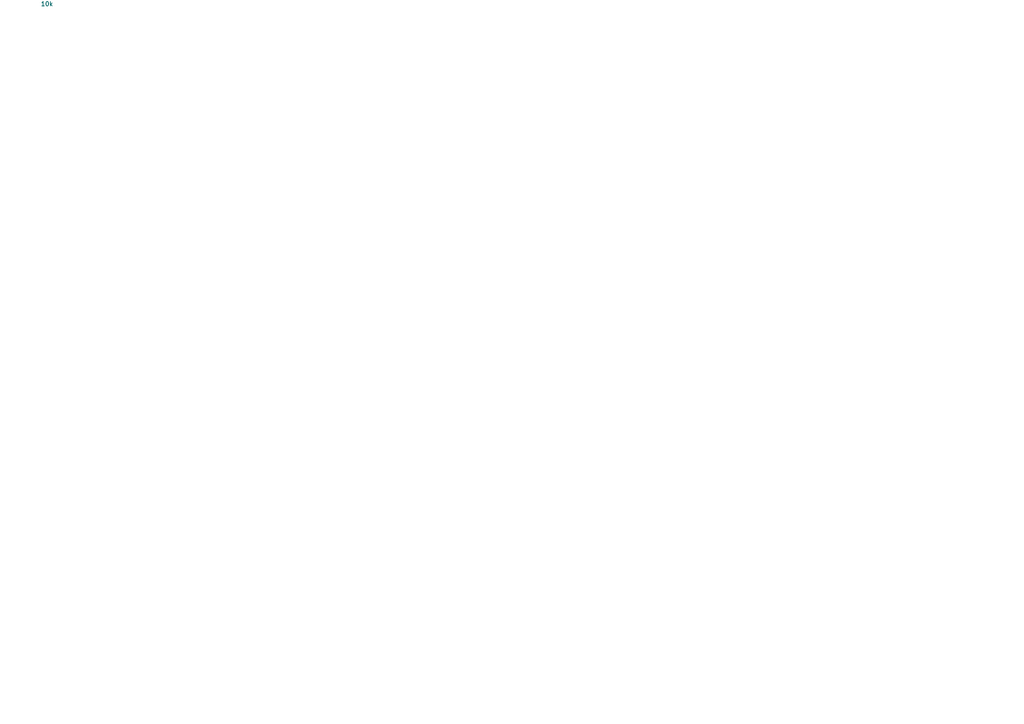
<source format=kicad_sch>
(kicad_sch (version 20211123) (generator eeschema) (uuid 12345678-1234-1234-1234-123456789abc) (paper "A4") (title_block (title "Test Clone Fix") (date "2025-01-18") (rev "1")) 

(symbol (lib_id "Device:R") (at 50.8 50.8 0) (unit 1) (uuid abcd1234-1234-1234-1234-123456789def) 

(property "Reference" "R1" (id 0) (at 52.578 49.6316 0) (effects (font (size 1.27 1.27)) (justify left))) 

(property "Value" "10k" (id 1) (at 52.578 51.9366 0) (effects (font (size 1.27 1.27)) (justify left))) 

(property "Footprint" "" (id 2) (at 49.022 50.8 90) (effects (font (size 1.27 1.27)) hide)) 

(property "Datasheet" "~" (id 3) (at 50.8 50.8 0) (effects (font (size 1.27 1.27)) hide)) (pin "1" (uuid 1111aaaa-1111-1111-1111-111111111111)) (pin "2" (uuid 2222bbbb-2222-2222-2222-222222222222))) 

(symbol (lib_id "Device:R") (at 10.0 0.0 0) (unit 1) (uuid f7e8455e-713e-401e-a6f6-782f439d7513) 

(property "Reference" "R10" (id 0) (at 11.778 -1.1684 0) (effects (font (size 1.27 1.27)) (justify left))) 

(property "Value" "10k" (id 1) (at 11.778 1.1366 0) (effects (font (size 1.27 1.27)) (justify left))) 

(property "Footprint" "" (id 2) (at 8.222 0.0 90) (effects (font (size 1.27 1.27)) hide)) 

(property "Datasheet" "~" (id 3) (at 10.0 0.0 0) (effects (font (size 1.27 1.27)) hide)) (pin "1" (uuid 3732cecd-a755-48c1-933e-7af8cf1a4a57)) (pin "2" (uuid db4de614-b718-40cd-be12-978f761be245))) 

(symbol (lib_id "Device:R") (at 10.0 0.0 0) (unit 1) (uuid b7ba5088-0780-4781-90e1-24d77abe66ad) 

(property "Reference" "R_CUSTOM" (id 0) (at 11.778 -1.1684 0) (effects (font (size 1.27 1.27)) (justify left))) 

(property "Value" "10k" (id 1) (at 11.778 1.1366 0) (effects (font (size 1.27 1.27)) (justify left))) 

(property "Footprint" "" (id 2) (at 8.222 0.0 90) (effects (font (size 1.27 1.27)) hide)) 

(property "Datasheet" "~" (id 3) (at 10.0 0.0 0) (effects (font (size 1.27 1.27)) hide)) (pin "1" (uuid 1dfa5700-67c3-48a9-837d-3b08d13b1f6f)) (pin "2" (uuid 2de3e991-54f1-4b3d-a3db-32b414c46712))))
</source>
